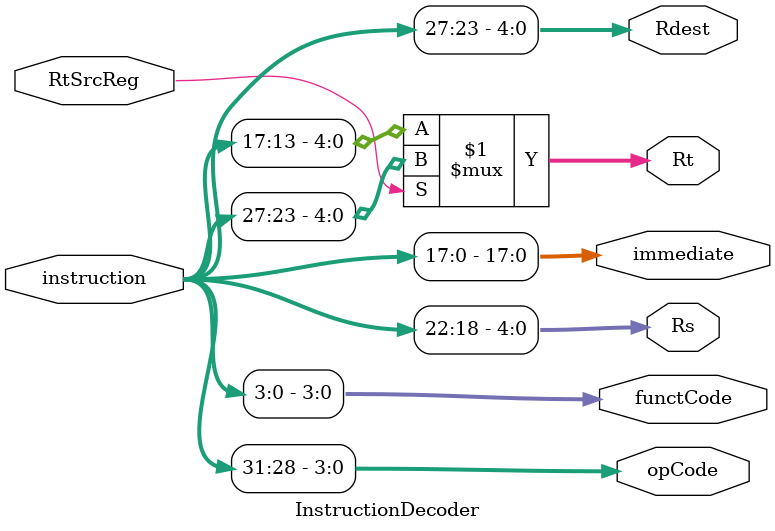
<source format=v>
`timescale 1ns / 1ps
/* INSTRUCTION DECODER
*	input: instruction,  from instructionROM
*	output: opCode, send to Logic Controller
*	output: functCode, send to Logic Controller
*	output: Rs, send to RegFile
*	output: Rt, send to RegFile
*	output: Rdest, send to RegFile
*	output: immediate, send to sign extender
*/
module InstructionDecoder#(parameter OPBITS = 4, FUNCTBITS = 4, REGBITS = 5, IMMBITS = 18, WIDTH = 32)
								 (input RtSrcReg,
								  input [WIDTH-1:0] instruction, 
								  output [OPBITS-1:0] opCode,
								  output [FUNCTBITS-1:0] functCode, 
								  output [REGBITS-1:0] Rs, Rt, Rdest,
								  output [IMMBITS-1:0] immediate);
	
	// Breakout the instruction using assgin statements
	assign opCode = instruction[WIDTH-1:WIDTH-OPBITS]; //[31:28]
	assign Rdest = instruction[(WIDTH-OPBITS)-1:(WIDTH-OPBITS)-REGBITS];	//[27:23]
	assign Rs = instruction[(IMMBITS+REGBITS)-1:IMMBITS]; //[22:18]
	// Rt will be determined through a MUX that selects bits [17:13] typically (RtSrcReg by default is 0) but can be Rdest for store instructions
	assign Rt = RtSrcReg ? Rdest : instruction[IMMBITS-1:IMMBITS-REGBITS]; //[17:13]
	assign immediate = instruction[IMMBITS-1:0]; //[17:0]
	assign functCode = instruction[FUNCTBITS-1:0]; //[3:0]
	
endmodule

</source>
